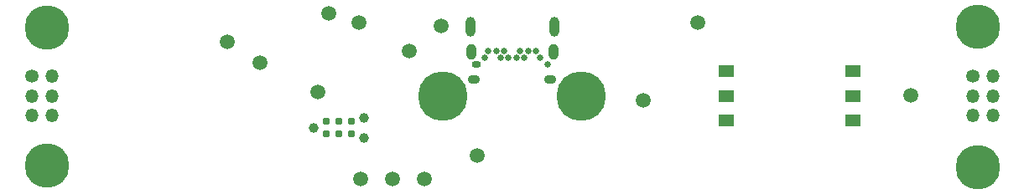
<source format=gbr>
G04 #@! TF.GenerationSoftware,KiCad,Pcbnew,(5.0.0)*
G04 #@! TF.CreationDate,2018-10-02T23:19:20-07:00*
G04 #@! TF.ProjectId,nixie_bottom_board,6E697869655F626F74746F6D5F626F61,rev?*
G04 #@! TF.SameCoordinates,Original*
G04 #@! TF.FileFunction,Soldermask,Bot*
G04 #@! TF.FilePolarity,Negative*
%FSLAX46Y46*%
G04 Gerber Fmt 4.6, Leading zero omitted, Abs format (unit mm)*
G04 Created by KiCad (PCBNEW (5.0.0)) date 10/02/18 23:19:20*
%MOMM*%
%LPD*%
G01*
G04 APERTURE LIST*
%ADD10O,1.200000X0.900000*%
%ADD11C,0.650000*%
%ADD12O,0.950000X0.650000*%
%ADD13O,1.000000X2.000000*%
%ADD14O,1.000000X1.600000*%
%ADD15C,1.500000*%
%ADD16C,0.990600*%
%ADD17C,0.787400*%
%ADD18R,1.500000X1.170000*%
%ADD19C,1.350000*%
%ADD20O,1.350000X1.350000*%
%ADD21C,0.800000*%
%ADD22C,4.500000*%
%ADD23C,5.000000*%
G04 APERTURE END LIST*
D10*
G04 #@! TO.C,J1*
X146155000Y-98310000D03*
X153845000Y-98310000D03*
D11*
X152400000Y-95410000D03*
X151600000Y-95410000D03*
X150800000Y-95410000D03*
X149200000Y-95410000D03*
X148400000Y-95410000D03*
X147600000Y-95410000D03*
X152800000Y-96110000D03*
X151200000Y-96110000D03*
X150400000Y-96110000D03*
X149600000Y-96110000D03*
X148800000Y-96110000D03*
X147200000Y-96110000D03*
X153600000Y-96760000D03*
D12*
X146400000Y-96760000D03*
D13*
X154220000Y-92995000D03*
X145780000Y-92995000D03*
D14*
X145870000Y-95510000D03*
X154130000Y-95510000D03*
G04 #@! TD*
D15*
G04 #@! TO.C,J18*
X146500000Y-106000000D03*
G04 #@! TD*
G04 #@! TO.C,J17*
X130400000Y-99600000D03*
G04 #@! TD*
D16*
G04 #@! TO.C,J2*
X135040000Y-102184000D03*
X135040000Y-104216000D03*
X129960000Y-103200000D03*
D17*
X133770000Y-103835000D03*
X133770000Y-102565000D03*
X132500000Y-103835000D03*
X132500000Y-102565000D03*
X131230000Y-103835000D03*
X131230000Y-102565000D03*
G04 #@! TD*
D15*
G04 #@! TO.C,J16*
X163250000Y-100400000D03*
G04 #@! TD*
G04 #@! TO.C,J15*
X121200000Y-94550000D03*
G04 #@! TD*
G04 #@! TO.C,J12*
X134700000Y-108400000D03*
G04 #@! TD*
G04 #@! TO.C,J11*
X137900000Y-108400000D03*
G04 #@! TD*
G04 #@! TO.C,J13*
X124500000Y-96600000D03*
G04 #@! TD*
G04 #@! TO.C,J14*
X141100000Y-108400000D03*
G04 #@! TD*
G04 #@! TO.C,J10*
X139600000Y-95400000D03*
G04 #@! TD*
G04 #@! TO.C,J9*
X134500000Y-92600000D03*
G04 #@! TD*
G04 #@! TO.C,J8*
X190250000Y-99900000D03*
G04 #@! TD*
G04 #@! TO.C,J7*
X168700000Y-92600000D03*
G04 #@! TD*
G04 #@! TO.C,J6*
X142800000Y-92900000D03*
G04 #@! TD*
D18*
G04 #@! TO.C,T1*
X184400000Y-97500000D03*
X184400000Y-100000000D03*
X184400000Y-102500000D03*
X171600000Y-102500000D03*
X171600000Y-97500000D03*
X171600000Y-100000000D03*
G04 #@! TD*
D19*
G04 #@! TO.C,J4*
X101500000Y-98000000D03*
D20*
X103500000Y-98000000D03*
X101500000Y-100000000D03*
X103500000Y-100000000D03*
X101500000Y-102000000D03*
X103500000Y-102000000D03*
G04 #@! TD*
D19*
G04 #@! TO.C,J3*
X196500000Y-98000000D03*
D20*
X198500000Y-98000000D03*
X196500000Y-100000000D03*
X198500000Y-100000000D03*
X196500000Y-102000000D03*
X198500000Y-102000000D03*
G04 #@! TD*
D15*
G04 #@! TO.C,J5*
X131500000Y-91600000D03*
G04 #@! TD*
D21*
G04 #@! TO.C,MH1*
X104237437Y-91862563D03*
X104750000Y-93100000D03*
X104237437Y-94337437D03*
X103000000Y-94850000D03*
X101762563Y-94337437D03*
X101250000Y-93100000D03*
X101762563Y-91862563D03*
X103000000Y-91350000D03*
D22*
X103000000Y-93100000D03*
G04 #@! TD*
G04 #@! TO.C,MH2*
X103000000Y-107000000D03*
D21*
X103000000Y-105250000D03*
X101762563Y-105762563D03*
X101250000Y-107000000D03*
X101762563Y-108237437D03*
X103000000Y-108750000D03*
X104237437Y-108237437D03*
X104750000Y-107000000D03*
X104237437Y-105762563D03*
G04 #@! TD*
G04 #@! TO.C,MH3*
X198237437Y-91762563D03*
X198750000Y-93000000D03*
X198237437Y-94237437D03*
X197000000Y-94750000D03*
X195762563Y-94237437D03*
X195250000Y-93000000D03*
X195762563Y-91762563D03*
X197000000Y-91250000D03*
D22*
X197000000Y-93000000D03*
G04 #@! TD*
G04 #@! TO.C,MH4*
X197000000Y-107200000D03*
D21*
X197000000Y-105450000D03*
X195762563Y-105962563D03*
X195250000Y-107200000D03*
X195762563Y-108437437D03*
X197000000Y-108950000D03*
X198237437Y-108437437D03*
X198750000Y-107200000D03*
X198237437Y-105962563D03*
G04 #@! TD*
D23*
G04 #@! TO.C,MH6*
X157000000Y-100000000D03*
D21*
X158875000Y-100000000D03*
X158325825Y-101325825D03*
X157000000Y-101875000D03*
X155674175Y-101325825D03*
X155125000Y-100000000D03*
X155674175Y-98674175D03*
X157000000Y-98125000D03*
X158325825Y-98674175D03*
G04 #@! TD*
G04 #@! TO.C,MH5*
X144325825Y-98674175D03*
X143000000Y-98125000D03*
X141674175Y-98674175D03*
X141125000Y-100000000D03*
X141674175Y-101325825D03*
X143000000Y-101875000D03*
X144325825Y-101325825D03*
X144875000Y-100000000D03*
D23*
X143000000Y-100000000D03*
G04 #@! TD*
M02*

</source>
